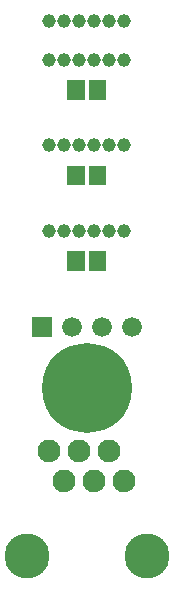
<source format=gbr>
G04 start of page 5 for group -4063 idx -4063 *
G04 Title: (unknown), componentmask *
G04 Creator: pcb 20110918 *
G04 CreationDate: Tue 05 Feb 2013 04:01:22 AM GMT UTC *
G04 For: railfan *
G04 Format: Gerber/RS-274X *
G04 PCB-Dimensions: 63000 200000 *
G04 PCB-Coordinate-Origin: lower left *
%MOIN*%
%FSLAX25Y25*%
%LNTOPMASK*%
%ADD47R,0.0572X0.0572*%
%ADD46C,0.1500*%
%ADD45C,0.0660*%
%ADD44C,0.0001*%
%ADD43C,0.2997*%
%ADD42C,0.0760*%
%ADD41C,0.0460*%
G54D41*X24000Y190000D03*
D03*
X29000D03*
D03*
X34000D03*
X19000D03*
X34000D03*
X39000D03*
D03*
X44000D03*
G54D42*X19000Y46500D03*
X24000Y36500D03*
X29000Y46500D03*
X34000Y36500D03*
X39000Y46500D03*
X44000Y36500D03*
G54D43*X31500Y67500D03*
G54D44*G36*
X13200Y91300D02*Y84700D01*
X19800D01*
Y91300D01*
X13200D01*
G37*
G54D45*X26500Y88000D03*
X36500D03*
X46500D03*
G54D46*X11500Y11500D03*
X51500D03*
G54D41*X24000Y120000D03*
X29000D03*
X24000D03*
X29000D03*
X19000D03*
X34000D03*
X39000D03*
X34000D03*
X39000D03*
X44000D03*
X24000Y148500D03*
X29000D03*
X24000D03*
X29000D03*
X19000D03*
X34000D03*
X39000D03*
X34000D03*
X39000D03*
X44000D03*
X34000Y177000D03*
D03*
X39000D03*
D03*
X19000D03*
X24000D03*
X29000D03*
X24000D03*
X29000D03*
X44000D03*
G54D47*X27957Y167393D02*Y166607D01*
X35043Y167393D02*Y166607D01*
X27957Y138893D02*Y138107D01*
X35043Y138893D02*Y138107D01*
X27957Y110393D02*Y109607D01*
X35043Y110393D02*Y109607D01*
M02*

</source>
